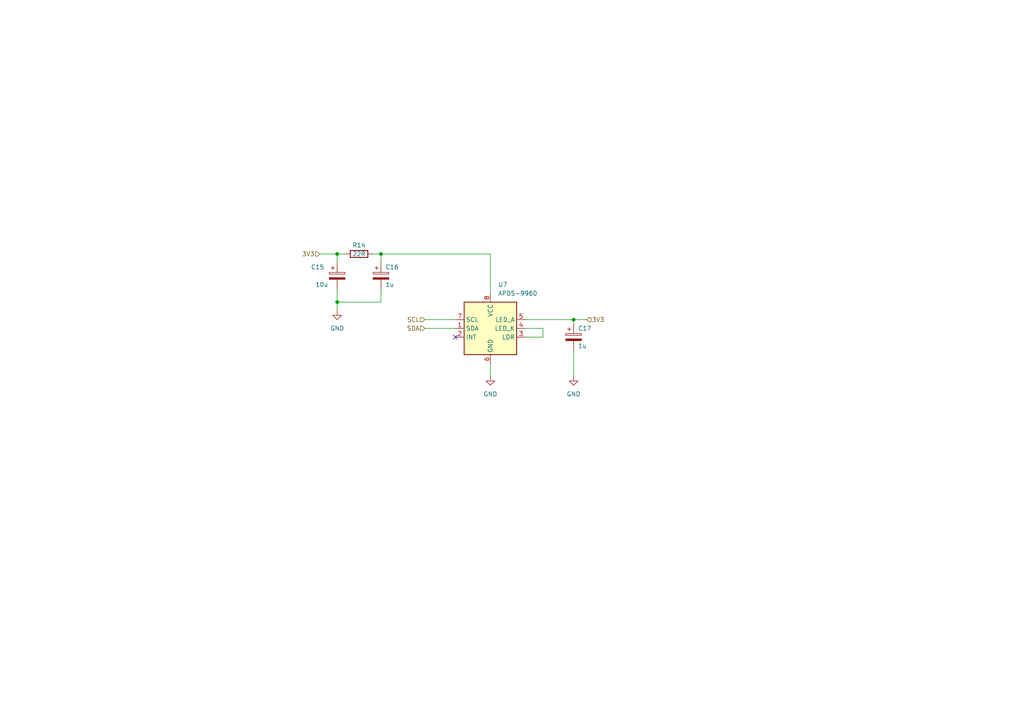
<source format=kicad_sch>
(kicad_sch (version 20231120) (generator "eeschema") (generator_version "8.0")
  (paper "A4")
  (lib_symbols
    (symbol "Device:C_Polarized" (pin_numbers hide) (pin_names (offset 0.254))
      (property "Reference" "C" (at 0.635 2.54 0))
      (property "Value" "C_Polarized" (at 0.635 -2.54 0))
      (symbol "C_Polarized_0_1"
        (rectangle (start -2.286 0.508) (end 2.286 1.016))
        (polyline (pts (xy -1.778 2.286) (xy -0.762 2.286)))
        (polyline (pts (xy -1.27 2.794) (xy -1.27 1.778)))
        (rectangle (start 2.286 -0.508) (end -2.286 -1.016) (fill (type outline)))
      )
      (symbol "C_Polarized_1_1"
        (pin passive line (at 0 3.81 270) (length 2.794) (name "~") (number "1"))
        (pin passive line (at 0 -3.81 90) (length 2.794) (name "~") (number "2"))
      )
    )
    (symbol "Device:R" (pin_numbers hide) (pin_names (offset 0))
      (property "Reference" "R" (at 2.032 0 90))
      (property "Value" "R" (at 0 0 90))
      (symbol "R_0_1"
        (rectangle (start -1.016 -2.54) (end 1.016 2.54) (stroke (width 0.254)))
      )
      (symbol "R_1_1"
        (pin passive line (at 0 3.81 270) (length 1.27) (name "~") (number "1"))
        (pin passive line (at 0 -3.81 90) (length 1.27) (name "~") (number "2"))
      )
    )
    (symbol "Sensor:APDS-9960"
      (property "Reference" "U" (at -5.08 8.89 0))
      (property "Value" "APDS-9960" (at 6.35 8.89 0))
      (symbol "APDS-9960_0_1"
        (rectangle (start -7.62 7.62) (end 7.62 -7.62) (stroke (width 0.254)) (fill (type background)))
      )
      (symbol "APDS-9960_1_1"
        (pin bidirectional line (at -10.16 0 0) (length 2.54) (name "SDA") (number "1"))
        (pin open_collector line (at -10.16 -2.54 0) (length 2.54) (name "INT") (number "2"))
        (pin passive line (at 10.16 -2.54 180) (length 2.54) (name "LDR") (number "3"))
        (pin passive line (at 10.16 0 180) (length 2.54) (name "LED_K") (number "4"))
        (pin passive line (at 10.16 2.54 180) (length 2.54) (name "LED_A") (number "5"))
        (pin power_in line (at 0 -10.16 90) (length 2.54) (name "GND") (number "6"))
        (pin input line (at -10.16 2.54 0) (length 2.54) (name "SCL") (number "7"))
        (pin power_in line (at 0 10.16 270) (length 2.54) (name "VCC") (number "8"))
      )
    )
    (symbol "power:GND" (power) (pin_names (offset 0))
      (property "Value" "GND" (at 0 -3.81 0))
      (symbol "GND_0_1"
        (polyline (pts (xy 0 0) (xy 0 -1.27) (xy 1.27 -1.27) (xy 0 -2.54) (xy -1.27 -1.27) (xy 0 -1.27)))
      )
      (symbol "GND_1_1"
        (pin power_in line (at 0 0 270) (length 0) hide (name "GND") (number "1"))
      )
    )
  )
  (junction (at 110.49 73.66))
  (junction (at 97.79 87.63))
  (junction (at 166.37 92.71))
  (junction (at 97.79 73.66))
  (no_connect (at 132.08 97.79))
  (wire (pts (xy 142.24 105.41) (xy 142.24 109.22)))
  (wire (pts (xy 107.95 73.66) (xy 110.49 73.66)))
  (wire (pts (xy 157.48 97.79) (xy 152.4 97.79)))
  (wire (pts (xy 157.48 95.25) (xy 157.48 97.79)))
  (wire (pts (xy 166.37 101.6) (xy 166.37 109.22)))
  (wire (pts (xy 123.19 95.25) (xy 132.08 95.25)))
  (wire (pts (xy 152.4 95.25) (xy 157.48 95.25)))
  (wire (pts (xy 142.24 73.66) (xy 110.49 73.66)))
  (wire (pts (xy 97.79 83.82) (xy 97.79 87.63)))
  (wire (pts (xy 123.19 92.71) (xy 132.08 92.71)))
  (wire (pts (xy 110.49 83.82) (xy 110.49 87.63)))
  (wire (pts (xy 92.71 73.66) (xy 97.79 73.66)))
  (wire (pts (xy 110.49 87.63) (xy 97.79 87.63)))
  (wire (pts (xy 166.37 92.71) (xy 166.37 93.98)))
  (wire (pts (xy 142.24 85.09) (xy 142.24 73.66)))
  (wire (pts (xy 166.37 92.71) (xy 170.18 92.71)))
  (wire (pts (xy 97.79 73.66) (xy 100.33 73.66)))
  (wire (pts (xy 97.79 87.63) (xy 97.79 90.17)))
  (wire (pts (xy 152.4 92.71) (xy 166.37 92.71)))
  (wire (pts (xy 110.49 73.66) (xy 110.49 76.2)))
  (wire (pts (xy 97.79 73.66) (xy 97.79 76.2)))
  (hierarchical_label "SDA" (shape input) (at 123.19 95.25 180))
  (hierarchical_label "SCL" (shape input) (at 123.19 92.71 180))
  (hierarchical_label "3V3" (shape input) (at 170.18 92.71 0))
  (hierarchical_label "3V3" (shape input) (at 92.71 73.66 180))
  (symbol (lib_id "Device:C_Polarized") (at 166.37 97.79 0) (unit 1)
    (property "Reference" "C17" (at 167.64 95.25 0) (effects (justify left)))
    (property "Value" "1u" (at 167.64 100.33 0) (effects (justify left)))
    (property "Footprint" "Capacitor_SMD:C_0603_1608Metric_Pad1.08x0.95mm_HandSolder" (effects (hide yes)))
  )
  (symbol (lib_id "power:GND") (at 97.79 90.17 0) (unit 1)
    (property "Reference" "#PWR018" (effects (hide yes)))
    (property "Value" "GND" (at 97.79 95.25 0))
  )
  (symbol (lib_id "Device:C_Polarized") (at 110.49 80.01 0) (unit 1)
    (property "Reference" "C16" (at 111.76 77.47 0) (effects (justify left)))
    (property "Value" "1u" (at 111.76 82.55 0) (effects (justify left)))
    (property "Footprint" "Capacitor_SMD:C_0603_1608Metric_Pad1.08x0.95mm_HandSolder" (effects (hide yes)))
  )
  (symbol (lib_id "power:GND") (at 166.37 109.22 0) (unit 1)
    (property "Reference" "#PWR019" (effects (hide yes)))
    (property "Value" "GND" (at 166.37 114.3 0))
  )
  (symbol (lib_id "Sensor:APDS-9960") (at 142.24 95.25 0) (unit 1)
    (property "Reference" "U7" (at 144.4341 82.55 0) (effects (justify left)))
    (property "Value" "APDS-9960" (at 144.4341 85.09 0) (effects (justify left)))
    (property "Footprint" "Sensor:Avago_APDS-9960" (effects (hide yes)))
    (property "Datasheet" "https://docs.broadcom.com/doc/AV02-4191EN" (effects (hide yes)))
  )
  (symbol (lib_id "Device:R") (at 104.14 73.66 90) (unit 1)
    (property "Reference" "R14" (at 104.14 71.12 90))
    (property "Value" "22R" (at 104.14 73.66 90))
    (property "Footprint" "Resistor_SMD:R_0402_1005Metric_Pad0.72x0.64mm_HandSolder" (effects (hide yes)))
  )
  (symbol (lib_id "Device:C_Polarized") (at 97.79 80.01 0) (unit 1)
    (property "Reference" "C15" (at 90.17 77.47 0) (effects (justify left)))
    (property "Value" "10u" (at 91.44 82.55 0) (effects (justify left)))
    (property "Footprint" "Capacitor_SMD:C_0603_1608Metric_Pad1.08x0.95mm_HandSolder" (effects (hide yes)))
  )
  (symbol (lib_id "power:GND") (at 142.24 109.22 0) (unit 1)
    (property "Reference" "#PWR017" (effects (hide yes)))
    (property "Value" "GND" (at 142.24 114.3 0))
  )
)
</source>
